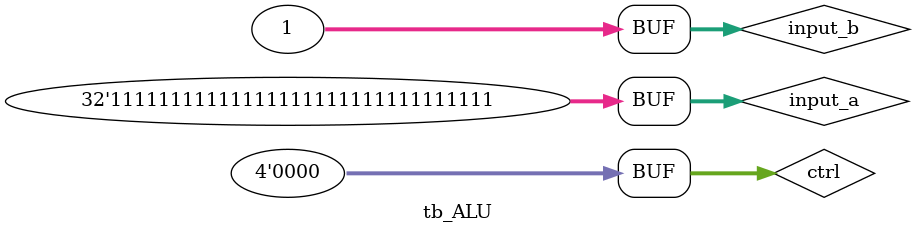
<source format=v>
`timescale 1ps/1ps

module tb_ALU();
    reg[31:0] input_a, input_b;
    reg[3:0] ctrl;

    wire[31:0] out;
    wire is_zero;

    ALU ALU(
        .input_a(input_a),
        .input_b(input_b),
        .ctrl(ctrl),
        .out(out),
        .is_zero(is_zero)
    );

    initial begin
        $dumpfile("ALU.vcd");
        $dumpvars(0, ALU);
        $monitor("input_a = %x, input_b = %x, ctrl = %b, out = %x, iz_zero = %d", input_a, input_b, ctrl, out, is_zero);
    end

    initial begin
        #0  input_a = 32'h00000000;
            input_b = 32'h00000000;
            ctrl = 4'b0000;
        
        #10 input_a = 32'h00000004;
            input_b = 32'h00000008;
            ctrl = 4'b0000;

        #10 input_a = 32'h0000ffff;
            input_b = 32'h00000001;
            ctrl = 4'b0000;

        #10 input_a = 32'hffffffff;
            input_b = 32'h00000001;
            ctrl = 4'b0000;
        
    end
endmodule
</source>
